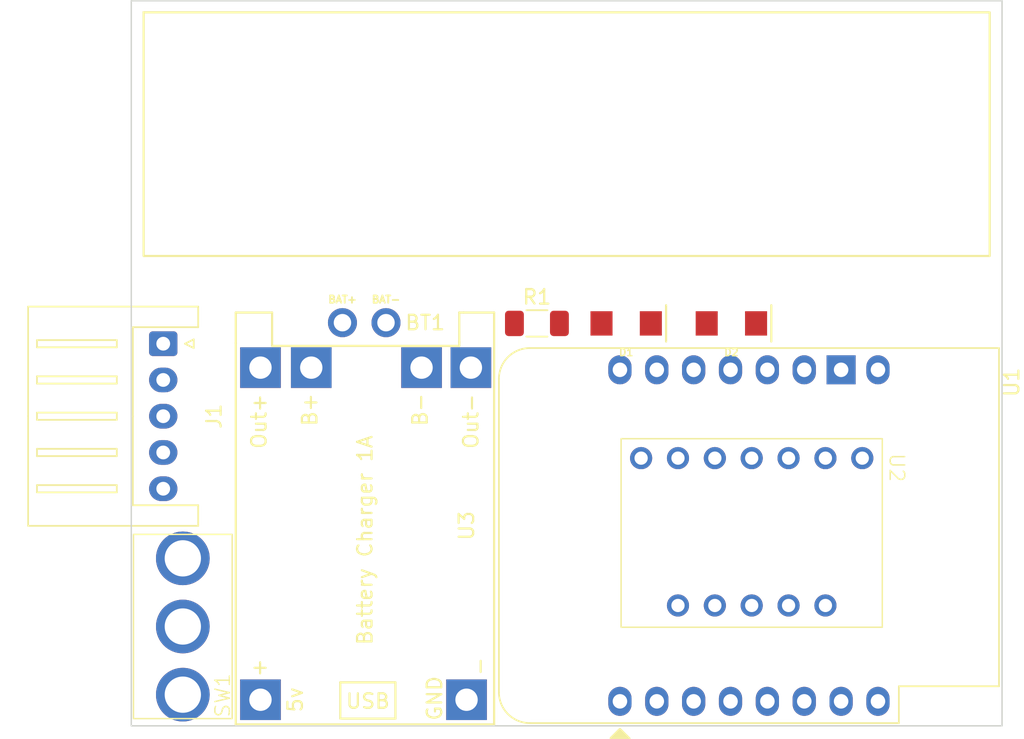
<source format=kicad_pcb>
(kicad_pcb (version 20221018) (generator pcbnew)
  (layers (0 "F.Cu" signal) (31 "B.Cu" signal) (34 "B.Paste" user) (35 "F.Paste" user) (36 "B.SilkS" user "B.Silkscreen") (37 "F.SilkS" user "F.Silkscreen") (38 "B.Mask" user) (39 "F.Mask" user) (44 "Edge.Cuts" user))
  (net 0 "")
  (net 1 "Net-(BT1-Bat-)")
  (net 2 "Net-(BT1-Bat+)")
  (net 3 "Net-(D1-K)")
  (net 4 "Net-(U3-RB+)")
  (net 5 "Net-(U3-Out+)")
  (net 6 "Net-(J1-Pin_1)")
  (net 7 "Net-(J1-Pin_2)")
  (net 9 "Net-(J1-Pin_4)")
  (net 10 "Net-(J1-Pin_5)")
  (net 11 "Net-(U1-A0)")
  (net 13 "Net-(SW1-B)")
  (footprint "Module:WEMOS_D1_mini_light" (layer "F.Cu") (at 174.17 126.56 90)
    (fp_text reference "U1" (at 22 27 90) (layer "F.SilkS"))
    (fp_text value "WeMos_D1_mini")
    (fp_line (start -1.5 19.22) (end -1.5 -6.21) (stroke (width 0.12)) (layer "F.SilkS"))
    (fp_line (start -1.5 19.22) (end 1.04 19.22) (stroke (width 0.12)) (layer "F.SilkS"))
    (fp_line (start 1.04 19.22) (end 1.04 26.12) (stroke (width 0.12)) (layer "F.SilkS"))
    (fp_line (start 1.04 26.12) (end 24.36 26.12) (stroke (width 0.12)) (layer "F.SilkS"))
    (fp_line (start 22.24 -8.34) (end 0.63 -8.34) (stroke (width 0.12)) (layer "F.SilkS"))
    (fp_line (start 24.36 26.12) (end 24.36 -6.21) (stroke (width 0.12)) (layer "F.SilkS"))
    (fp_arc (start -1.5 -6.21) (mid -0.876137 -7.716137) (end 0.63 -8.34) (stroke (width 0.12)) (layer "F.SilkS"))
    (fp_arc (start 22.23 -8.34) (mid 23.736137 -7.716137) (end 24.36 -6.21) (stroke (width 0.12)) (layer "F.SilkS"))
    (fp_poly (pts (xy -2.54 -0.635) (xy -2.54 0.635) (xy -1.905 0)) (stroke (width 0.15)) (fill solid) (layer "F.SilkS"))
    (pad "1" thru_hole oval (at 0 0 90) (size 2 1.6) (drill 1) (layers "*.Cu" "*.Mask"))
    (pad "2" thru_hole oval (at 0 2.54 90) (size 2 1.6) (drill 1) (layers "*.Cu" "*.Mask") (net 11 "Net-(U1-A0)"))
    (pad "3" thru_hole oval (at 0 5.08 90) (size 2 1.6) (drill 1) (layers "*.Cu" "*.Mask"))
    (pad "4" thru_hole oval (at 0 7.62 90) (size 2 1.6) (drill 1) (layers "*.Cu" "*.Mask"))
    (pad "5" thru_hole oval (at 0 10.16 90) (size 2 1.6) (drill 1) (layers "*.Cu" "*.Mask"))
    (pad "6" thru_hole oval (at 0 12.7 90) (size 2 1.6) (drill 1) (layers "*.Cu" "*.Mask"))
    (pad "7" thru_hole oval (at 0 15.24 90) (size 2 1.6) (drill 1) (layers "*.Cu" "*.Mask"))
    (pad "8" thru_hole oval (at 0 17.78 90) (size 2 1.6) (drill 1) (layers "*.Cu" "*.Mask") (net 7 "Net-(J1-Pin_2)"))
    (pad "9" thru_hole oval (at 22.86 17.78 90) (size 2 1.6) (drill 1) (layers "*.Cu" "*.Mask") (net 3 "Net-(D1-K)"))
    (pad "10" thru_hole rect (at 22.86 15.24 90) (size 2 2) (drill 1) (layers "*.Cu" "*.Mask") (net 9 "Net-(J1-Pin_4)"))
    (pad "11" thru_hole oval (at 22.86 12.7 90) (size 2 1.6) (drill 1) (layers "*.Cu" "*.Mask"))
    (pad "12" thru_hole oval (at 22.86 10.16 90) (size 2 1.6) (drill 1) (layers "*.Cu" "*.Mask"))
    (pad "13" thru_hole oval (at 22.86 7.62 90) (size 2 1.6) (drill 1) (layers "*.Cu" "*.Mask") (net 6 "Net-(J1-Pin_1)"))
    (pad "14" thru_hole oval (at 22.86 5.08 90) (size 2 1.6) (drill 1) (layers "*.Cu" "*.Mask") (net 10 "Net-(J1-Pin_5)"))
    (pad "15" thru_hole oval (at 22.86 2.54 90) (size 2 1.6) (drill 1) (layers "*.Cu" "*.Mask"))
    (pad "16" thru_hole oval (at 22.86 0 90) (size 2 1.6) (drill 1) (layers "*.Cu" "*.Mask"))
  )
  (footprint "Connector_JST:JST_XH_S5B-XH-A_1x05_P2.50mm_Horizontal" (layer "F.Cu") (at 142.7 101.9 -90)
    (fp_text reference "J1" (at 5 -3.5 90) (layer "F.SilkS"))
    (fp_text value "JST 5Pin XH 2.54mm")
    (fp_line (start -2.56 -2.41) (end -1.14 -2.41) (stroke (width 0.12)) (layer "F.SilkS"))
    (fp_line (start -2.56 9.31) (end -2.56 -2.41) (stroke (width 0.12)) (layer "F.SilkS"))
    (fp_line (start -1.14 -2.41) (end -1.14 2.09) (stroke (width 0.12)) (layer "F.SilkS"))
    (fp_line (start -1.14 2.09) (end 5 2.09) (stroke (width 0.12)) (layer "F.SilkS"))
    (fp_line (start -0.3 -2.1) (end 0.3 -2.1) (stroke (width 0.12)) (layer "F.SilkS"))
    (fp_line (start -0.25 3.2) (end -0.25 8.7) (stroke (width 0.12)) (layer "F.SilkS"))
    (fp_line (start -0.25 8.7) (end 0.25 8.7) (stroke (width 0.12)) (layer "F.SilkS"))
    (fp_line (start 0 -1.5) (end -0.3 -2.1) (stroke (width 0.12)) (layer "F.SilkS"))
    (fp_line (start 0.25 3.2) (end -0.25 3.2) (stroke (width 0.12)) (layer "F.SilkS"))
    (fp_line (start 0.25 8.7) (end 0.25 3.2) (stroke (width 0.12)) (layer "F.SilkS"))
    (fp_line (start 0.3 -2.1) (end 0 -1.5) (stroke (width 0.12)) (layer "F.SilkS"))
    (fp_line (start 2.25 3.2) (end 2.25 8.7) (stroke (width 0.12)) (layer "F.SilkS"))
    (fp_line (start 2.25 8.7) (end 2.75 8.7) (stroke (width 0.12)) (layer "F.SilkS"))
    (fp_line (start 2.75 3.2) (end 2.25 3.2) (stroke (width 0.12)) (layer "F.SilkS"))
    (fp_line (start 2.75 8.7) (end 2.75 3.2) (stroke (width 0.12)) (layer "F.SilkS"))
    (fp_line (start 4.75 3.2) (end 4.75 8.7) (stroke (width 0.12)) (layer "F.SilkS"))
    (fp_line (start 4.75 8.7) (end 5.25 8.7) (stroke (width 0.12)) (layer "F.SilkS"))
    (fp_line (start 5 9.31) (end -2.56 9.31) (stroke (width 0.12)) (layer "F.SilkS"))
    (fp_line (start 5 9.31) (end 12.56 9.31) (stroke (width 0.12)) (layer "F.SilkS"))
    (fp_line (start 5.25 3.2) (end 4.75 3.2) (stroke (width 0.12)) (layer "F.SilkS"))
    (fp_line (start 5.25 8.7) (end 5.25 3.2) (stroke (width 0.12)) (layer "F.SilkS"))
    (fp_line (start 7.25 3.2) (end 7.25 8.7) (stroke (width 0.12)) (layer "F.SilkS"))
    (fp_line (start 7.25 8.7) (end 7.75 8.7) (stroke (width 0.12)) (layer "F.SilkS"))
    (fp_line (start 7.75 3.2) (end 7.25 3.2) (stroke (width 0.12)) (layer "F.SilkS"))
    (fp_line (start 7.75 8.7) (end 7.75 3.2) (stroke (width 0.12)) (layer "F.SilkS"))
    (fp_line (start 9.75 3.2) (end 9.75 8.7) (stroke (width 0.12)) (layer "F.SilkS"))
    (fp_line (start 9.75 8.7) (end 10.25 8.7) (stroke (width 0.12)) (layer "F.SilkS"))
    (fp_line (start 10.25 3.2) (end 9.75 3.2) (stroke (width 0.12)) (layer "F.SilkS"))
    (fp_line (start 10.25 8.7) (end 10.25 3.2) (stroke (width 0.12)) (layer "F.SilkS"))
    (fp_line (start 11.14 -2.41) (end 11.14 2.09) (stroke (width 0.12)) (layer "F.SilkS"))
    (fp_line (start 11.14 2.09) (end 5 2.09) (stroke (width 0.12)) (layer "F.SilkS"))
    (fp_line (start 12.56 -2.41) (end 11.14 -2.41) (stroke (width 0.12)) (layer "F.SilkS"))
    (fp_line (start 12.56 9.31) (end 12.56 -2.41) (stroke (width 0.12)) (layer "F.SilkS"))
    (pad "1" thru_hole roundrect (at 0 0 270) (size 1.7 1.95) (drill 0.95) (layers "*.Cu" "*.Mask") (roundrect_rratio 0.147059) (net 6 "Net-(J1-Pin_1)"))
    (pad "2" thru_hole oval (at 2.5 0 270) (size 1.7 1.95) (drill 0.95) (layers "*.Cu" "*.Mask") (net 7 "Net-(J1-Pin_2)"))
    (pad "3" thru_hole oval (at 5 0 270) (size 1.7 1.95) (drill 0.95) (layers "*.Cu" "*.Mask"))
    (pad "4" thru_hole oval (at 7.5 0 270) (size 1.7 1.95) (drill 0.95) (layers "*.Cu" "*.Mask") (net 9 "Net-(J1-Pin_4)"))
    (pad "5" thru_hole oval (at 10 0 270) (size 1.7 1.95) (drill 0.95) (layers "*.Cu" "*.Mask") (net 10 "Net-(J1-Pin_5)"))
  )
  (footprint "Module:BMI160 module" (layer "F.Cu") (at 183.25 114.95 -90)
    (fp_text reference "U2" (at -4.5 -10 -90 unlocked) (layer "F.SilkS") (effects (font (thickness 0.1))))
    (fp_text value "~")
    (fp_rect (start -6.5 -9) (end 6.5 9) (stroke (width 0.1)) (fill none) (layer "F.SilkS"))
    (pad "1" thru_hole circle (at -5.16 -7.62 270) (size 1.524 1.524) (drill 0.914) (layers "*.Cu" "*.Mask"))
    (pad "2" thru_hole circle (at -5.16 -5.08 270) (size 1.524 1.524) (drill 0.914) (layers "*.Cu" "*.Mask") (net 7 "Net-(J1-Pin_2)"))
    (pad "3" thru_hole circle (at -5.16 -2.54 270) (size 1.524 1.524) (drill 0.914) (layers "*.Cu" "*.Mask") (net 9 "Net-(J1-Pin_4)"))
    (pad "4" thru_hole circle (at -5.16 0 270) (size 1.524 1.524) (drill 0.914) (layers "*.Cu" "*.Mask") (net 10 "Net-(J1-Pin_5)"))
    (pad "5" thru_hole circle (at -5.16 2.54 270) (size 1.524 1.524) (drill 0.914) (layers "*.Cu" "*.Mask") (net 6 "Net-(J1-Pin_1)"))
    (pad "6" thru_hole circle (at -5.16 5.08 270) (size 1.524 1.524) (drill 0.914) (layers "*.Cu" "*.Mask"))
    (pad "7" thru_hole circle (at -5.16 7.62 270) (size 1.524 1.524) (drill 0.914) (layers "*.Cu" "*.Mask") (net 9 "Net-(J1-Pin_4)"))
    (pad "8" thru_hole circle (at 5 -5.08 270) (size 1.524 1.524) (drill 0.914) (layers "*.Cu" "*.Mask"))
    (pad "9" thru_hole circle (at 5 -2.54 270) (size 1.524 1.524) (drill 0.914) (layers "*.Cu" "*.Mask"))
    (pad "10" thru_hole circle (at 5 0 270) (size 1.524 1.524) (drill 0.914) (layers "*.Cu" "*.Mask"))
    (pad "11" thru_hole circle (at 5 2.54 270) (size 1.524 1.524) (drill 0.914) (layers "*.Cu" "*.Mask"))
    (pad "12" thru_hole circle (at 5 5.08 270) (size 1.524 1.524) (drill 0.914) (layers "*.Cu" "*.Mask"))
  )
  (footprint "SlimeVRMotherBoard:TP4056-18650" (layer "F.Cu") (at 147.7 128.15 90)
    (fp_text reference "U3" (at 13.7 15.9 90) (layer "F.SilkS"))
    (fp_text value "~")
    (fp_text user "Out-" (at 20.9 16.2 90) (layer "F.SilkS"))
    (fp_text user "B-" (at 21.7 12.7 90) (layer "F.SilkS"))
    (fp_text user "5v" (at 1.7 4.1 90) (layer "F.SilkS"))
    (fp_text user "GND" (at 1.8 13.7 90) (layer "F.SilkS"))
    (fp_text user "Battery Charger 1A" (at 12.7 8.9 90) (layer "F.SilkS"))
    (fp_text user "USB" (at 1.6 9.1) (layer "F.SilkS"))
    (fp_text user "+" (at 3.9 1.6 90) (layer "F.SilkS"))
    (fp_text user "Out+" (at 20.9 1.6 90) (layer "F.SilkS"))
    (fp_text user "-" (at 4 16.8 90) (layer "F.SilkS"))
    (fp_text user "B+" (at 21.7 5.1 90) (layer "F.SilkS"))
    (fp_line (start 0 0) (end 26.3 0) (stroke (width 0.15)) (layer "F.SilkS"))
    (fp_line (start 0 17.8) (end 0 0) (stroke (width 0.15)) (layer "F.SilkS"))
    (fp_line (start 0.4 7.2) (end 2.9 7.2) (stroke (width 0.15)) (layer "F.SilkS"))
    (fp_line (start 0.4 11) (end 0.4 7.3) (stroke (width 0.15)) (layer "F.SilkS"))
    (fp_line (start 2.9 7.2) (end 2.9 11) (stroke (width 0.15)) (layer "F.SilkS"))
    (fp_line (start 2.9 11) (end 0.4 11) (stroke (width 0.15)) (layer "F.SilkS"))
    (fp_line (start 26.1 2.5) (end 26.1 15.4) (stroke (width 0.15)) (layer "F.SilkS"))
    (fp_line (start 26.1 15.4) (end 26.4 15.4) (stroke (width 0.15)) (layer "F.SilkS"))
    (fp_line (start 26.3 0) (end 28.4 0) (stroke (width 0.15)) (layer "F.SilkS"))
    (fp_line (start 26.3 15.4) (end 28.4 15.4) (stroke (width 0.15)) (layer "F.SilkS"))
    (fp_line (start 28.4 0) (end 28.4 2.5) (stroke (width 0.15)) (layer "F.SilkS"))
    (fp_line (start 28.4 2.5) (end 26.1 2.5) (stroke (width 0.15)) (layer "F.SilkS"))
    (fp_line (start 28.4 15.4) (end 28.4 15.7) (stroke (width 0.15)) (layer "F.SilkS"))
    (fp_line (start 28.4 15.7) (end 28.4 17.8) (stroke (width 0.15)) (layer "F.SilkS"))
    (fp_line (start 28.4 17.8) (end 0 17.8) (stroke (width 0.15)) (layer "F.SilkS"))
    (pad "1" thru_hole rect (at 1.7 1.7 90) (size 2.8 2.8) (drill 1.54) (layers "*.Cu" "*.Mask") (net 4 "Net-(U3-RB+)"))
    (pad "2" thru_hole rect (at 1.7 15.9 90) (size 2.8 2.8) (drill 1.54) (layers "*.Cu" "*.Mask"))
    (pad "3" thru_hole rect (at 24.6 1.7 90) (size 2.8 2.8) (drill 1.54) (layers "*.Cu" "*.Mask") (net 5 "Net-(U3-Out+)"))
    (pad "4" thru_hole rect (at 24.6 16.2 90) (size 2.8 2.8) (drill 1.54) (layers "*.Cu" "*.Mask") (net 13 "Net-(SW1-B)"))
    (pad "5" thru_hole rect (at 24.6 5.2 90) (size 2.8 2.8) (drill 1.54) (layers "*.Cu" "*.Mask") (net 2 "Net-(BT1-Bat+)"))
    (pad "6" thru_hole rect (at 24.6 12.8 90) (size 2.8 2.8) (drill 1.54) (layers "*.Cu" "*.Mask") (net 1 "Net-(BT1-Bat-)"))
  )
  (footprint "SlimeVRMotherBoard:DO-214AC" (layer "F.Cu") (at 181.85 100.5 180)
    (fp_text reference "D2" (at 0 -2) (layer "F.SilkS") (effects (font (size 0.5 0.5) (thickness 0.1))))
    (fp_text value "1N5817" hide)
    (fp_line (start -2.75 -1.25) (end -2.75 1.25) (stroke (width 0.15)) (layer "F.SilkS"))
    (pad "A" smd rect (at 1.7 0 180) (size 1.52 1.68) (layers "F.Cu" "F.Paste" "F.Mask") (net 5 "Net-(U3-Out+)"))
    (pad "C" smd rect (at -1.7 0 180) (size 1.52 1.68) (layers "F.Cu" "F.Paste" "F.Mask") (net 3 "Net-(D1-K)"))
  )
  (footprint "Resistor_SMD:R_1206_3216Metric_Pad1.30x1.75mm_HandSolder" (layer "F.Cu") (at 168.45 100.5)
    (fp_text reference "R1" (at 0 -1.82) (layer "F.SilkS"))
    (fp_text value "180K 1206" hide)
    (fp_line (start -0.727064 -0.91) (end 0.727064 -0.91) (stroke (width 0.12)) (layer "F.SilkS"))
    (fp_line (start -0.727064 0.91) (end 0.727064 0.91) (stroke (width 0.12)) (layer "F.SilkS"))
    (pad "1" smd roundrect (at -1.55 0) (size 1.3 1.75) (layers "F.Cu" "F.Paste" "F.Mask") (roundrect_rratio 0.192308) (net 2 "Net-(BT1-Bat+)"))
    (pad "2" smd roundrect (at 1.55 0) (size 1.3 1.75) (layers "F.Cu" "F.Paste" "F.Mask") (roundrect_rratio 0.192308) (net 11 "Net-(U1-A0)"))
  )
  (footprint "SlimeVRMotherBoard:Battery" (layer "F.Cu") (at 156.55 100.45 -90)
    (fp_text reference "BT1" (at 0 -4.2) (layer "F.SilkS"))
    (fp_text value "~")
    (fp_text user "BAT+" (at -1.6 1.5) (layer "F.SilkS") (effects (font (size 0.5 0.5) (thickness 0.125))))
    (fp_text user "BAT-" (at -1.6 -1.5) (layer "F.SilkS") (effects (font (size 0.5 0.5) (thickness 0.125))))
    (pad "1" thru_hole circle (at 0 -1.5 270) (size 2 2) (drill 1.2) (layers "*.Cu" "*.Mask") (net 1 "Net-(BT1-Bat-)"))
    (pad "2" thru_hole circle (at 0 1.5 270) (size 2 2) (drill 1.2) (layers "*.Cu" "*.Mask") (net 2 "Net-(BT1-Bat+)"))
  )
  (footprint "SlimeVRMotherBoard:DO-214AC" (layer "F.Cu") (at 174.6 100.5 180)
    (fp_text reference "D1" (at 0 -2) (layer "F.SilkS") (effects (font (size 0.5 0.5) (thickness 0.1))))
    (fp_text value "1N5817" hide)
    (fp_line (start -2.75 -1.25) (end -2.75 1.25) (stroke (width 0.15)) (layer "F.SilkS"))
    (pad "A" smd rect (at 1.7 0 180) (size 1.52 1.68) (layers "F.Cu" "F.Paste" "F.Mask") (net 4 "Net-(U3-RB+)"))
    (pad "C" smd rect (at -1.7 0 180) (size 1.52 1.68) (layers "F.Cu" "F.Paste" "F.Mask") (net 3 "Net-(D1-K)"))
  )
  (footprint "Switches:SS12D10" (layer "F.Cu") (at 144.15 121.45 90)
    (fp_text reference "SW1" (at -4.7 2.65 90 unlocked) (layer "F.SilkS") (effects (font (thickness 0.1))))
    (fp_text value "SS12D10")
    (fp_rect (start -6.3 -3.5) (end 6.4 3.3) (stroke (width 0.1)) (fill none) (layer "F.SilkS"))
    (pad "1" thru_hole circle (at -4.65 -0.1 90) (size 3.7 3.7) (drill 2.5) (layers "*.Cu" "*.Mask"))
    (pad "2" thru_hole circle (at 0.05 -0.1 90) (size 3.7 3.7) (drill 2.5) (layers "*.Cu" "*.Mask") (net 13 "Net-(SW1-B)"))
    (pad "3" thru_hole circle (at 4.75 -0.1 90) (size 3.7 3.7) (drill 2.5) (layers "*.Cu" "*.Mask") (net 9 "Net-(J1-Pin_4)"))
  )
  (gr_rect (start 141.35 79.05) (end 199.65 95.85) (stroke (width 0.15)) (fill none) (layer "F.SilkS"))
  (gr_rect (start 140.5 78.25) (end 200.5 128.25) (stroke (width 0.1)) (fill none) (layer "Edge.Cuts"))
)
</source>
